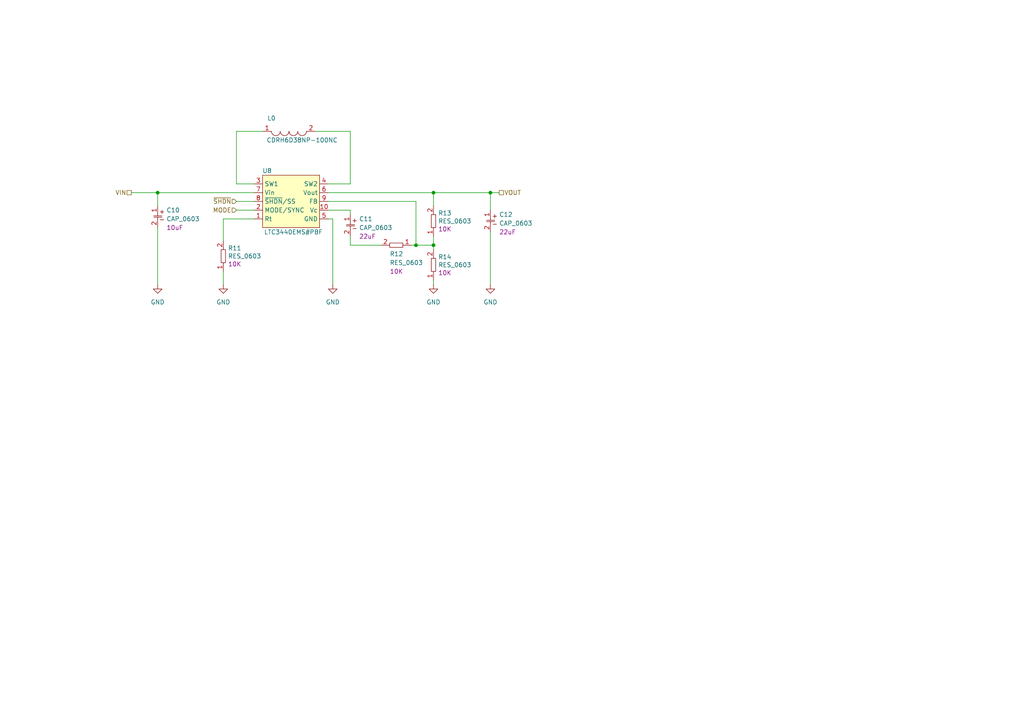
<source format=kicad_sch>
(kicad_sch (version 20211123) (generator eeschema)
  (paper "A4")
  (lib_symbols
    (symbol "BalanceBoard-rescue:CAP_0603-receiver" (pin_names (offset 1.016))
      (property "Reference" "C" (at 3.048 -1.524 0))
      (property "Value" "CAP_0603-receiver" (at 7.112 -3.556 0))
      (property "Capacitance" "100nF" (at 5.334 -5.969 0))
      (symbol "CAP_0603-receiver_0_1"
        (polyline (pts (xy -1.143 -3.302) (xy 1.27 -3.302)))
        (polyline (pts (xy -1.143 -2.921) (xy 1.27 -2.921)))
        (polyline (pts (xy 0 -3.81) (xy 0 -3.429)))
        (polyline (pts (xy 0 -3.302) (xy 0 -3.429)))
        (polyline (pts (xy 0.762 -4.064) (xy 1.778 -4.064)))
        (polyline (pts (xy 0.762 -1.778) (xy 1.778 -1.778)))
        (polyline (pts (xy 1.27 -2.286) (xy 1.27 -1.27)))
        (polyline (pts (xy 0 -2.921) (xy 0 -2.54) (xy 0 -2.921)))
      )
      (symbol "CAP_0603-receiver_1_1"
        (pin passive line (at 0 0 270) (length 2.54) (name "~") (number "1"))
        (pin passive line (at 0 -6.35 90) (length 2.54) (name "~") (number "2"))
      )
    )
    (symbol "BalanceBoard-rescue:RES_0603-receiver" (pin_names (offset 1.016))
      (property "Reference" "R" (at 3.937 2.159 0))
      (property "Value" "RES_0603-receiver" (at 3.81 -2.794 0))
      (property "Resistance" "10K" (at 2.159 -5.207 0))
      (symbol "RES_0603-receiver_0_1"
        (rectangle (start 2.54 0.635) (end 6.35 -0.635))
      )
      (symbol "RES_0603-receiver_1_1"
        (pin passive line (at 0 0 0) (length 2.54) (name "~") (number "1"))
        (pin passive line (at 8.89 0 180) (length 2.54) (name "~") (number "2"))
      )
    )
    (symbol "RailLed:CDRH6D38NP-100NC"
      (property "Reference" "L" (at 2.54 2.54 0))
      (property "Value" "CDRH6D38NP-100NC" (at 11.43 -2.54 0))
      (symbol "CDRH6D38NP-100NC_0_1"
        (arc (start 2.54 0) (mid 3.81 -1.286) (end 5.08 0))
        (arc (start 5.08 0.0159) (mid 6.35 -1.2701) (end 7.62 0.0159))
        (arc (start 7.62 0.0159) (mid 8.89 -1.2701) (end 10.16 0.0159))
        (arc (start 10.16 0.0159) (mid 11.43 -1.2701) (end 12.7 0.0159))
      )
      (symbol "CDRH6D38NP-100NC_1_1"
        (pin input line (at 0 0 0) (length 2.54) (name "") (number "1"))
        (pin input line (at 15.24 0 180) (length 2.54) (name "") (number "2"))
      )
    )
    (symbol "RailLed:LTC3440EMS#PBF"
      (property "Reference" "U" (at 3.81 3.81 0))
      (property "Value" "LTC3440EMS#PBF" (at 11.43 -13.97 0))
      (symbol "LTC3440EMS#PBF_0_1"
        (rectangle (start 2.54 2.54) (end 19.05 -12.7) (fill (type background)))
      )
      (symbol "LTC3440EMS#PBF_1_1"
        (pin input line (at 0 -10.16 0) (length 2.54) (name "Rt") (number "1"))
        (pin input line (at 21.59 -7.62 180) (length 2.54) (name "Vc") (number "10"))
        (pin input line (at 0 -7.62 0) (length 2.54) (name "MODE/SYNC") (number "2"))
        (pin input line (at 0 0 0) (length 2.54) (name "SW1") (number "3"))
        (pin input line (at 21.59 0 180) (length 2.54) (name "SW2") (number "4"))
        (pin input line (at 21.59 -10.16 180) (length 2.54) (name "GND") (number "5"))
        (pin input line (at 21.59 -2.54 180) (length 2.54) (name "Vout") (number "6"))
        (pin input line (at 0 -2.54 0) (length 2.54) (name "Vin") (number "7"))
        (pin input line (at 0 -5.08 0) (length 2.54) (name "~{SHDN}/SS") (number "8"))
        (pin input line (at 21.59 -5.08 180) (length 2.54) (name "FB") (number "9"))
      )
    )
    (symbol "power:GND" (power) (pin_names (offset 0))
      (property "Value" "GND" (at 0 -3.81 0))
      (symbol "GND_0_1"
        (polyline (pts (xy 0 0) (xy 0 -1.27) (xy 1.27 -1.27) (xy 0 -2.54) (xy -1.27 -1.27) (xy 0 -1.27)))
      )
      (symbol "GND_1_1"
        (pin power_in line (at 0 0 270) (length 0) hide (name "GND") (number "1"))
      )
    )
  )
  (junction (at 142.24 55.88))
  (junction (at 45.72 55.88))
  (junction (at 120.65 71.12))
  (junction (at 125.73 55.88))
  (junction (at 125.73 71.12))
  (wire (pts (xy 68.58 60.96) (xy 73.66 60.96)))
  (wire (pts (xy 101.6 53.34) (xy 95.25 53.34)))
  (wire (pts (xy 142.24 55.88) (xy 142.24 60.96)))
  (wire (pts (xy 120.65 58.42) (xy 120.65 71.12)))
  (wire (pts (xy 45.72 55.88) (xy 45.72 59.69)))
  (wire (pts (xy 96.52 63.5) (xy 96.52 82.55)))
  (wire (pts (xy 64.77 63.5) (xy 64.77 69.85)))
  (wire (pts (xy 142.24 55.88) (xy 144.78 55.88)))
  (wire (pts (xy 119.38 71.12) (xy 120.65 71.12)))
  (wire (pts (xy 95.25 60.96) (xy 101.6 60.96)))
  (wire (pts (xy 125.73 55.88) (xy 125.73 59.69)))
  (wire (pts (xy 91.44 38.1) (xy 101.6 38.1)))
  (wire (pts (xy 38.1 55.88) (xy 45.72 55.88)))
  (wire (pts (xy 68.58 58.42) (xy 73.66 58.42)))
  (wire (pts (xy 101.6 38.1) (xy 101.6 53.34)))
  (wire (pts (xy 95.25 63.5) (xy 96.52 63.5)))
  (wire (pts (xy 101.6 71.12) (xy 110.49 71.12)))
  (wire (pts (xy 68.58 53.34) (xy 68.58 38.1)))
  (wire (pts (xy 73.66 53.34) (xy 68.58 53.34)))
  (wire (pts (xy 125.73 55.88) (xy 142.24 55.88)))
  (wire (pts (xy 95.25 58.42) (xy 120.65 58.42)))
  (wire (pts (xy 45.72 66.04) (xy 45.72 82.55)))
  (wire (pts (xy 64.77 78.74) (xy 64.77 82.55)))
  (wire (pts (xy 125.73 81.28) (xy 125.73 82.55)))
  (wire (pts (xy 125.73 71.12) (xy 125.73 72.39)))
  (wire (pts (xy 142.24 67.31) (xy 142.24 82.55)))
  (wire (pts (xy 68.58 38.1) (xy 76.2 38.1)))
  (wire (pts (xy 73.66 63.5) (xy 64.77 63.5)))
  (wire (pts (xy 95.25 55.88) (xy 125.73 55.88)))
  (wire (pts (xy 101.6 68.58) (xy 101.6 71.12)))
  (wire (pts (xy 120.65 71.12) (xy 125.73 71.12)))
  (wire (pts (xy 101.6 60.96) (xy 101.6 62.23)))
  (wire (pts (xy 125.73 68.58) (xy 125.73 71.12)))
  (wire (pts (xy 45.72 55.88) (xy 73.66 55.88)))
  (hierarchical_label "~{SHDN}" (shape input) (at 68.58 58.42 180))
  (hierarchical_label "MODE" (shape input) (at 68.58 60.96 180))
  (hierarchical_label "VOUT" (shape passive) (at 144.78 55.88 0))
  (hierarchical_label "VIN" (shape passive) (at 38.1 55.88 180))
  (symbol (lib_id "BalanceBoard-rescue:CAP_0603-receiver") (at 45.72 59.69 0) (unit 1)
    (property "Reference" "C10" (at 48.26 60.96 0) (effects (justify left)))
    (property "Value" "CAP_0603" (at 48.26 63.5 0) (effects (justify left)))
    (property "Footprint" "receiver:0603" (effects hide))
    (property "Capacitance" "10uF" (at 48.26 66.04 0) (effects (justify left)))
  )
  (symbol (lib_id "BalanceBoard-rescue:CAP_0603-receiver") (at 142.24 60.96 0) (unit 1)
    (property "Reference" "C12" (at 144.78 62.23 0) (effects (justify left)))
    (property "Value" "CAP_0603" (at 144.78 64.77 0) (effects (justify left)))
    (property "Footprint" "receiver:0603" (effects hide))
    (property "Capacitance" "22uF" (at 144.78 67.31 0) (effects (justify left)))
  )
  (symbol (lib_id "power:GND") (at 64.77 82.55 0) (unit 1)
    (property "Reference" "#PWR047" (effects hide))
    (property "Value" "GND" (at 64.77 87.63 0))
  )
  (symbol (lib_id "power:GND") (at 96.52 82.55 0) (unit 1)
    (property "Reference" "#PWR048" (effects hide))
    (property "Value" "GND" (at 96.52 87.63 0))
  )
  (symbol (lib_id "power:GND") (at 45.72 82.55 0) (unit 1)
    (property "Reference" "#PWR046" (effects hide))
    (property "Value" "GND" (at 45.72 87.63 0))
  )
  (symbol (lib_id "power:GND") (at 125.73 82.55 0) (unit 1)
    (property "Reference" "#PWR049" (effects hide))
    (property "Value" "GND" (at 125.73 87.63 0))
  )
  (symbol (lib_id "BalanceBoard-rescue:RES_0603-receiver") (at 125.73 68.58 90) (unit 1)
    (property "Reference" "R13" (at 127.0762 61.8236 90) (effects (justify right)))
    (property "Value" "RES_0603" (at 127.0762 64.135 90) (effects (justify right)))
    (property "Footprint" "receiver:0603" (effects hide))
    (property "Resistance" "10K" (at 127.0762 66.4464 90) (effects (justify right)))
  )
  (symbol (lib_id "RailLed:LTC3440EMS#PBF") (at 73.66 53.34 0) (unit 1)
    (property "Reference" "U8" (at 77.47 49.53 0))
    (property "Value" "LTC3440EMS#PBF" (at 85.09 67.31 0))
    (property "Footprint" "RailLed:LTC3440EMS#PBF" (effects hide))
  )
  (symbol (lib_id "BalanceBoard-rescue:CAP_0603-receiver") (at 101.6 62.23 0) (unit 1)
    (property "Reference" "C11" (at 104.14 63.5 0) (effects (justify left)))
    (property "Value" "CAP_0603" (at 104.14 66.04 0) (effects (justify left)))
    (property "Footprint" "receiver:0603" (effects hide))
    (property "Capacitance" "22uF" (at 104.14 68.58 0) (effects (justify left)))
  )
  (symbol (lib_id "BalanceBoard-rescue:RES_0603-receiver") (at 119.38 71.12 180) (unit 1)
    (property "Reference" "R12" (at 113.03 73.66 0) (effects (justify right)))
    (property "Value" "RES_0603" (at 113.03 76.2 0) (effects (justify right)))
    (property "Footprint" "receiver:0603" (effects hide))
    (property "Resistance" "10K" (at 113.03 78.74 0) (effects (justify right)))
  )
  (symbol (lib_id "BalanceBoard-rescue:RES_0603-receiver") (at 64.77 78.74 90) (unit 1)
    (property "Reference" "R11" (at 66.1162 71.9836 90) (effects (justify right)))
    (property "Value" "RES_0603" (at 66.1162 74.295 90) (effects (justify right)))
    (property "Footprint" "receiver:0603" (effects hide))
    (property "Resistance" "10K" (at 66.1162 76.6064 90) (effects (justify right)))
  )
  (symbol (lib_id "BalanceBoard-rescue:RES_0603-receiver") (at 125.73 81.28 90) (unit 1)
    (property "Reference" "R14" (at 127.0762 74.5236 90) (effects (justify right)))
    (property "Value" "RES_0603" (at 127.0762 76.835 90) (effects (justify right)))
    (property "Footprint" "receiver:0603" (effects hide))
    (property "Resistance" "10K" (at 127.0762 79.1464 90) (effects (justify right)))
  )
  (symbol (lib_id "power:GND") (at 142.24 82.55 0) (unit 1)
    (property "Reference" "#PWR050" (effects hide))
    (property "Value" "GND" (at 142.24 87.63 0))
  )
  (symbol (lib_id "RailLed:CDRH6D38NP-100NC") (at 76.2 38.1 0) (unit 1)
    (property "Reference" "L0" (at 78.74 34.29 0))
    (property "Value" "CDRH6D38NP-100NC" (at 87.63 40.64 0))
    (property "Footprint" "RailLed:CDRH6D38NP-100NC" (effects hide))
  )
)
</source>
